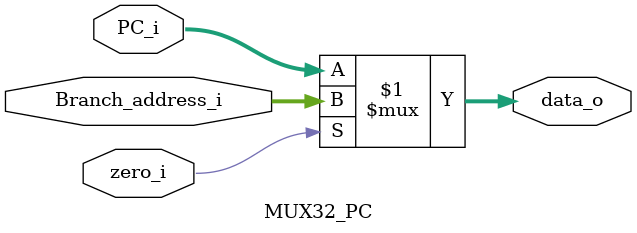
<source format=v>
module MUX32(
    input  [31:0] data1_i,
    input  [31:0] data2_i,
    input  select_i,
    output [31:0] data_o
);

assign data_o = select_i ? data2_i : data1_i;
endmodule

module MUX32W(
    input  MemtoReg,
    input  [31:0] ALU_result,
    input  [31:0] read_data,
    output [31:0] data_o
);

assign data_o = MemtoReg ? read_data : ALU_result;
endmodule

// Forward A B
module MUX32_Forward (
    input [1:0]  Forward_i,
    input [31:0] ID_EX_rs_data_i, //00
    input [31:0] EX_MEM_ALU_result_i, // 10
    input [31:0] write_data_i, // 01
    output [31:0] data_o
);
assign data_o = Forward_i[1] ?
                (Forward_i[0] ? 32'bx : EX_MEM_ALU_result_i) :
                (Forward_i[0] ? write_data_i : ID_EX_rs_data_i) ;
endmodule

module MUX32_PC (
    input zero_i,
    input [31:0] PC_i,
    input [31:0] Branch_address_i,
    output [31:0] data_o
);
assign data_o = (zero_i) ? Branch_address_i : PC_i;
// always @(*) begin
    // $display ("zero PC: %b", zero_i);
    // $display ("data out PC: %b", data_o);
    // $display ("PC_i: %b", PC_i);
    // $display ("branch_addr: %b", Branch_address_i);
// end
endmodule

</source>
